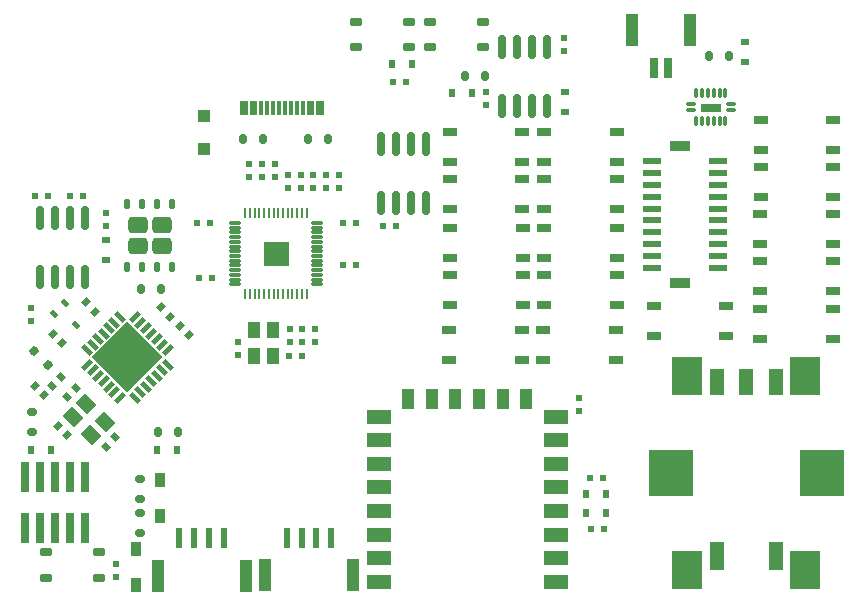
<source format=gbr>
%TF.GenerationSoftware,KiCad,Pcbnew,7.0.7*%
%TF.CreationDate,2023-09-12T16:19:00-04:00*%
%TF.ProjectId,eOPRA_interface,654f5052-415f-4696-9e74-657266616365,rev?*%
%TF.SameCoordinates,Original*%
%TF.FileFunction,Paste,Top*%
%TF.FilePolarity,Positive*%
%FSLAX46Y46*%
G04 Gerber Fmt 4.6, Leading zero omitted, Abs format (unit mm)*
G04 Created by KiCad (PCBNEW 7.0.7) date 2023-09-12 16:19:00*
%MOMM*%
%LPD*%
G01*
G04 APERTURE LIST*
G04 Aperture macros list*
%AMRoundRect*
0 Rectangle with rounded corners*
0 $1 Rounding radius*
0 $2 $3 $4 $5 $6 $7 $8 $9 X,Y pos of 4 corners*
0 Add a 4 corners polygon primitive as box body*
4,1,4,$2,$3,$4,$5,$6,$7,$8,$9,$2,$3,0*
0 Add four circle primitives for the rounded corners*
1,1,$1+$1,$2,$3*
1,1,$1+$1,$4,$5*
1,1,$1+$1,$6,$7*
1,1,$1+$1,$8,$9*
0 Add four rect primitives between the rounded corners*
20,1,$1+$1,$2,$3,$4,$5,0*
20,1,$1+$1,$4,$5,$6,$7,0*
20,1,$1+$1,$6,$7,$8,$9,0*
20,1,$1+$1,$8,$9,$2,$3,0*%
%AMRotRect*
0 Rectangle, with rotation*
0 The origin of the aperture is its center*
0 $1 length*
0 $2 width*
0 $3 Rotation angle, in degrees counterclockwise*
0 Add horizontal line*
21,1,$1,$2,0,0,$3*%
G04 Aperture macros list end*
%ADD10C,0.010000*%
%ADD11RotRect,0.500000X0.600000X135.000000*%
%ADD12RoundRect,0.150000X0.250000X-0.150000X0.250000X0.150000X-0.250000X0.150000X-0.250000X-0.150000X0*%
%ADD13RotRect,0.450000X0.700000X225.000000*%
%ADD14R,1.200000X0.800000*%
%ADD15R,2.000000X1.200000*%
%ADD16R,1.100000X1.700000*%
%ADD17RotRect,0.500000X0.600000X45.000000*%
%ADD18R,0.600000X0.800000*%
%ADD19RoundRect,0.006000X-0.431500X-0.094000X0.431500X-0.094000X0.431500X0.094000X-0.431500X0.094000X0*%
%ADD20RoundRect,0.020000X-0.080000X-0.417500X0.080000X-0.417500X0.080000X0.417500X-0.080000X0.417500X0*%
%ADD21RoundRect,0.187500X0.312500X0.187500X-0.312500X0.187500X-0.312500X-0.187500X0.312500X-0.187500X0*%
%ADD22RoundRect,0.150000X0.150000X-0.825000X0.150000X0.825000X-0.150000X0.825000X-0.150000X-0.825000X0*%
%ADD23R,3.750000X4.000000*%
%ADD24R,2.500000X3.200000*%
%ADD25R,1.300000X2.200000*%
%ADD26R,1.300000X2.400000*%
%ADD27R,0.600000X0.500000*%
%ADD28R,1.100000X1.100000*%
%ADD29RoundRect,0.150000X0.282843X0.070711X0.070711X0.282843X-0.282843X-0.070711X-0.070711X-0.282843X0*%
%ADD30RotRect,0.500000X0.600000X315.000000*%
%ADD31RoundRect,0.150000X0.150000X0.250000X-0.150000X0.250000X-0.150000X-0.250000X0.150000X-0.250000X0*%
%ADD32RoundRect,0.150000X-0.150000X-0.250000X0.150000X-0.250000X0.150000X0.250000X-0.150000X0.250000X0*%
%ADD33R,0.300000X1.150000*%
%ADD34R,0.800000X0.600000*%
%ADD35R,0.500000X0.600000*%
%ADD36R,1.100000X1.400000*%
%ADD37RoundRect,0.085000X-0.340000X0.515000X-0.340000X-0.515000X0.340000X-0.515000X0.340000X0.515000X0*%
%ADD38R,1.800000X0.850000*%
%ADD39R,1.600000X0.600000*%
%ADD40RotRect,1.400000X1.100000X315.000000*%
%ADD41O,0.850000X0.300000*%
%ADD42O,0.300000X0.850000*%
%ADD43R,1.000000X2.700000*%
%ADD44R,0.600000X1.700000*%
%ADD45RoundRect,0.150000X-0.150000X0.825000X-0.150000X-0.825000X0.150000X-0.825000X0.150000X0.825000X0*%
%ADD46RoundRect,0.250000X0.555000X-0.435000X0.555000X0.435000X-0.555000X0.435000X-0.555000X-0.435000X0*%
%ADD47RoundRect,0.125000X0.125000X-0.262500X0.125000X0.262500X-0.125000X0.262500X-0.125000X-0.262500X0*%
%ADD48RotRect,1.000000X0.370000X225.000000*%
%ADD49RotRect,1.000000X0.370000X315.000000*%
%ADD50RotRect,4.200000X4.200000X225.000000*%
%ADD51R,0.990600X2.794000*%
%ADD52R,0.660400X1.803400*%
%ADD53R,0.760000X2.600000*%
G04 APERTURE END LIST*
%TO.C,U10*%
D10*
X127105000Y-96790000D02*
X125145000Y-96790000D01*
X125145000Y-94830000D01*
X127105000Y-94830000D01*
X127105000Y-96790000D01*
G36*
X127105000Y-96790000D02*
G01*
X125145000Y-96790000D01*
X125145000Y-94830000D01*
X127105000Y-94830000D01*
X127105000Y-96790000D01*
G37*
%TO.C,U17*%
X163736592Y-83715000D02*
X162125000Y-83715000D01*
X162125000Y-83104397D01*
X163736592Y-83104397D01*
X163736592Y-83715000D01*
G36*
X163736592Y-83715000D02*
G01*
X162125000Y-83715000D01*
X162125000Y-83104397D01*
X163736592Y-83104397D01*
X163736592Y-83715000D01*
G37*
%TD*%
D11*
%TO.C,C35*%
X118738909Y-102713909D03*
X117961091Y-101936091D03*
%TD*%
%TO.C,C33*%
X117138909Y-101138909D03*
X116361091Y-100361091D03*
%TD*%
D12*
%TO.C,R91*%
X105475000Y-110900000D03*
X105475000Y-109200000D03*
%TD*%
D13*
%TO.C,D1*%
X108252513Y-100008274D03*
X107333274Y-100927513D03*
X109207107Y-101882107D03*
%TD*%
D14*
%TO.C,Q30*%
X140820000Y-89520000D03*
X140820000Y-92060000D03*
X146970000Y-92060000D03*
X146970000Y-89520000D03*
%TD*%
D15*
%TO.C,U16*%
X149825000Y-123600000D03*
X149825000Y-121600000D03*
X149825000Y-119600000D03*
X149825000Y-117600000D03*
X149825000Y-115600000D03*
X149825000Y-113600000D03*
X149825000Y-111600000D03*
X149825000Y-109600000D03*
D16*
X147325000Y-108100000D03*
X145325000Y-108100000D03*
X143325000Y-108100000D03*
X141325000Y-108100000D03*
X139325000Y-108100000D03*
X137325000Y-108100000D03*
D15*
X134825000Y-109600000D03*
X134825000Y-111600000D03*
X134825000Y-113600000D03*
X134825000Y-115600000D03*
X134825000Y-117600000D03*
X134825000Y-119600000D03*
X134825000Y-121600000D03*
X134825000Y-123600000D03*
%TD*%
D14*
%TO.C,Q27*%
X140837500Y-85525000D03*
X140837500Y-88065000D03*
X146987500Y-88065000D03*
X146987500Y-85525000D03*
%TD*%
D17*
%TO.C,C22*%
X111760050Y-112139950D03*
X112537868Y-111362132D03*
%TD*%
D18*
%TO.C,D3*%
X137650000Y-79775000D03*
X135950000Y-79775000D03*
%TD*%
%TO.C,D11*%
X152410000Y-116125000D03*
X154110000Y-116125000D03*
%TD*%
D14*
%TO.C,Q7*%
X148825000Y-97605000D03*
X148825000Y-100145000D03*
X154975000Y-100145000D03*
X154975000Y-97605000D03*
%TD*%
D19*
%TO.C,U10*%
X122690000Y-93210000D03*
X122690000Y-93610000D03*
X122690000Y-94010000D03*
X122690000Y-94410000D03*
X122690000Y-94810000D03*
X122690000Y-95210000D03*
X122690000Y-95610000D03*
X122690000Y-96010000D03*
X122690000Y-96410000D03*
X122690000Y-96810000D03*
X122690000Y-97210000D03*
X122690000Y-97610000D03*
X122690000Y-98010000D03*
X122690000Y-98410000D03*
D20*
X123525000Y-99245000D03*
X123925000Y-99245000D03*
X124325000Y-99245000D03*
X124725000Y-99245000D03*
X125125000Y-99245000D03*
X125525000Y-99245000D03*
X125925000Y-99245000D03*
X126325000Y-99245000D03*
X126725000Y-99245000D03*
X127125000Y-99245000D03*
X127525000Y-99245000D03*
X127925000Y-99245000D03*
X128325000Y-99245000D03*
X128725000Y-99245000D03*
D19*
X129560000Y-98410000D03*
X129560000Y-98010000D03*
X129560000Y-97610000D03*
X129560000Y-97210000D03*
X129560000Y-96810000D03*
X129560000Y-96410000D03*
X129560000Y-96010000D03*
X129560000Y-95610000D03*
X129560000Y-95210000D03*
X129560000Y-94810000D03*
X129560000Y-94410000D03*
X129560000Y-94010000D03*
X129560000Y-93610000D03*
X129560000Y-93210000D03*
D20*
X128725000Y-92375000D03*
X128325000Y-92375000D03*
X127925000Y-92375000D03*
X127525000Y-92375000D03*
X127125000Y-92375000D03*
X126725000Y-92375000D03*
X126325000Y-92375000D03*
X125925000Y-92375000D03*
X125525000Y-92375000D03*
X125125000Y-92375000D03*
X124725000Y-92375000D03*
X124325000Y-92375000D03*
X123925000Y-92375000D03*
X123525000Y-92375000D03*
%TD*%
D21*
%TO.C,SW2*%
X137400000Y-78330000D03*
X137400000Y-76180000D03*
X132900000Y-78330000D03*
X132900000Y-76180000D03*
%TD*%
D22*
%TO.C,U15*%
X145270000Y-83275000D03*
X146540000Y-83275000D03*
X147810000Y-83275000D03*
X149080000Y-83275000D03*
X149080000Y-78325000D03*
X147810000Y-78325000D03*
X146540000Y-78325000D03*
X145270000Y-78325000D03*
%TD*%
D18*
%TO.C,D13*%
X116050000Y-112450000D03*
X117750000Y-112450000D03*
%TD*%
D14*
%TO.C,Q17*%
X140860000Y-97600000D03*
X140860000Y-100140000D03*
X147010000Y-100140000D03*
X147010000Y-97600000D03*
%TD*%
D23*
%TO.C,SW7*%
X172325000Y-114400000D03*
D24*
X170950000Y-122600000D03*
X170950000Y-106200000D03*
X160950000Y-122600000D03*
X160950000Y-106200000D03*
D23*
X159575000Y-114400000D03*
D25*
X168450000Y-106700000D03*
X163450000Y-106700000D03*
X165950000Y-106700000D03*
D26*
X168450000Y-121400000D03*
X163450000Y-121400000D03*
%TD*%
D27*
%TO.C,R18*%
X112575000Y-122100000D03*
X112575000Y-123200000D03*
%TD*%
D11*
%TO.C,C24*%
X108013909Y-103413909D03*
X107236091Y-102636091D03*
%TD*%
D28*
%TO.C,D4*%
X120030000Y-84160000D03*
X120030000Y-86960000D03*
%TD*%
D27*
%TO.C,C30*%
X150500000Y-77575000D03*
X150500000Y-78675000D03*
%TD*%
D21*
%TO.C,SW3*%
X111150000Y-123255000D03*
X111150000Y-121105000D03*
X106650000Y-123255000D03*
X106650000Y-121105000D03*
%TD*%
D29*
%TO.C,R15*%
X106826041Y-105251041D03*
X105623959Y-104048959D03*
%TD*%
D21*
%TO.C,SW6*%
X143650000Y-78330000D03*
X143650000Y-76180000D03*
X139150000Y-78330000D03*
X139150000Y-76180000D03*
%TD*%
D30*
%TO.C,C20*%
X105686091Y-107036091D03*
X106463909Y-107813909D03*
%TD*%
D14*
%TO.C,Q15*%
X173300000Y-103025000D03*
X173300000Y-100485000D03*
X167150000Y-100485000D03*
X167150000Y-103025000D03*
%TD*%
D31*
%TO.C,R89*%
X143800000Y-80750000D03*
X142100000Y-80750000D03*
%TD*%
D32*
%TO.C,R16*%
X114675000Y-98775000D03*
X116375000Y-98775000D03*
%TD*%
D27*
%TO.C,C14*%
X123875000Y-89325000D03*
X123875000Y-88225000D03*
%TD*%
D14*
%TO.C,Q22*%
X148845000Y-89515000D03*
X148845000Y-92055000D03*
X154995000Y-92055000D03*
X154995000Y-89515000D03*
%TD*%
D18*
%TO.C,D14*%
X107075000Y-112400000D03*
X105375000Y-112400000D03*
%TD*%
D27*
%TO.C,C10*%
X126050000Y-89325000D03*
X126050000Y-88225000D03*
%TD*%
%TO.C,C34*%
X151800000Y-109125000D03*
X151800000Y-108025000D03*
%TD*%
D31*
%TO.C,R90*%
X117800000Y-110950000D03*
X116100000Y-110950000D03*
%TD*%
D33*
%TO.C,U1*%
X129985000Y-83445000D03*
X129185000Y-83445000D03*
X127885000Y-83445000D03*
X126885000Y-83445000D03*
X126385000Y-83445000D03*
X125385000Y-83445000D03*
X124085000Y-83445000D03*
X123285000Y-83445000D03*
X123585000Y-83445000D03*
X124385000Y-83445000D03*
X124885000Y-83445000D03*
X125885000Y-83445000D03*
X127385000Y-83445000D03*
X128385000Y-83445000D03*
X128885000Y-83445000D03*
X129685000Y-83445000D03*
%TD*%
D17*
%TO.C,C19*%
X107186091Y-106988909D03*
X107963909Y-106211091D03*
%TD*%
D27*
%TO.C,C12*%
X131450000Y-90250000D03*
X131450000Y-89150000D03*
%TD*%
D12*
%TO.C,R28*%
X114650000Y-119475000D03*
X114650000Y-117775000D03*
%TD*%
D14*
%TO.C,Q14*%
X154900000Y-104835000D03*
X154900000Y-102295000D03*
X148750000Y-102295000D03*
X148750000Y-104835000D03*
%TD*%
D34*
%TO.C,C2*%
X111775000Y-94625000D03*
X111775000Y-96325000D03*
%TD*%
D27*
%TO.C,R4*%
X127275000Y-103275000D03*
X127275000Y-102175000D03*
%TD*%
D35*
%TO.C,C32*%
X135180000Y-93430000D03*
X136280000Y-93430000D03*
%TD*%
D14*
%TO.C,Q26*%
X173300000Y-95025000D03*
X173300000Y-92485000D03*
X167150000Y-92485000D03*
X167150000Y-95025000D03*
%TD*%
D27*
%TO.C,C8*%
X128360000Y-102150000D03*
X128360000Y-103250000D03*
%TD*%
D14*
%TO.C,Q34*%
X148837500Y-85510000D03*
X148837500Y-88050000D03*
X154987500Y-88050000D03*
X154987500Y-85510000D03*
%TD*%
D35*
%TO.C,C13*%
X120525000Y-93225000D03*
X119425000Y-93225000D03*
%TD*%
D27*
%TO.C,C15*%
X129450000Y-102150000D03*
X129450000Y-103250000D03*
%TD*%
D31*
%TO.C,R29*%
X164450000Y-79100000D03*
X162750000Y-79100000D03*
%TD*%
D35*
%TO.C,C7*%
X131835000Y-93235000D03*
X132935000Y-93235000D03*
%TD*%
D36*
%TO.C,Y3*%
X125885000Y-104485000D03*
X125885000Y-102285000D03*
X124285000Y-102285000D03*
X124285000Y-104485000D03*
%TD*%
D34*
%TO.C,C29*%
X150600000Y-83825000D03*
X150600000Y-82125000D03*
%TD*%
%TO.C,D10*%
X165825000Y-77900000D03*
X165825000Y-79600000D03*
%TD*%
D11*
%TO.C,C23*%
X110788909Y-100713909D03*
X110011091Y-99936091D03*
%TD*%
D32*
%TO.C,R2*%
X128825000Y-86075000D03*
X130525000Y-86075000D03*
%TD*%
D14*
%TO.C,Q20*%
X173290000Y-99010000D03*
X173290000Y-96470000D03*
X167140000Y-96470000D03*
X167140000Y-99010000D03*
%TD*%
D27*
%TO.C,C3*%
X111750000Y-93500000D03*
X111750000Y-92400000D03*
%TD*%
D37*
%TO.C,D9*%
X114300000Y-120850000D03*
X114300000Y-123900000D03*
%TD*%
D27*
%TO.C,C17*%
X130375000Y-90250000D03*
X130375000Y-89150000D03*
%TD*%
%TO.C,R24*%
X128225000Y-89150000D03*
X128225000Y-90250000D03*
%TD*%
D35*
%TO.C,C25*%
X131825000Y-96800000D03*
X132925000Y-96800000D03*
%TD*%
D14*
%TO.C,Q11*%
X140875000Y-93625000D03*
X140875000Y-96165000D03*
X147025000Y-96165000D03*
X147025000Y-93625000D03*
%TD*%
D38*
%TO.C,J6*%
X160348175Y-98315000D03*
X160348175Y-86665000D03*
D39*
X163548175Y-96990000D03*
X157948175Y-96990000D03*
X163548175Y-95990000D03*
X157948175Y-95990000D03*
X163548175Y-94990000D03*
X157948175Y-94990000D03*
X163548175Y-93990000D03*
X157948175Y-93990000D03*
X163548175Y-92990000D03*
X157948175Y-92990000D03*
X163548175Y-91990000D03*
X157948175Y-91990000D03*
X163548175Y-90990000D03*
X157948175Y-90990000D03*
X163548175Y-89990000D03*
X157948175Y-89990000D03*
X163548175Y-88990000D03*
X157948175Y-88990000D03*
X163548175Y-87990000D03*
X157948175Y-87990000D03*
%TD*%
D14*
%TO.C,Q23*%
X173325000Y-91000000D03*
X173325000Y-88460000D03*
X167175000Y-88460000D03*
X167175000Y-91000000D03*
%TD*%
D27*
%TO.C,C28*%
X143875000Y-82125000D03*
X143875000Y-83225000D03*
%TD*%
%TO.C,R23*%
X127150000Y-89150000D03*
X127150000Y-90250000D03*
%TD*%
D30*
%TO.C,C21*%
X107661091Y-110411091D03*
X108438909Y-111188909D03*
%TD*%
D35*
%TO.C,C9*%
X120710000Y-97890000D03*
X119610000Y-97890000D03*
%TD*%
D32*
%TO.C,R1*%
X123310000Y-86090000D03*
X125010000Y-86090000D03*
%TD*%
D40*
%TO.C,Y1*%
X108923134Y-109631587D03*
X110478769Y-111187222D03*
X111610140Y-110055851D03*
X110054505Y-108500216D03*
%TD*%
D18*
%TO.C,D12*%
X152400000Y-117790000D03*
X154100000Y-117790000D03*
%TD*%
D35*
%TO.C,R86*%
X153875000Y-119125000D03*
X152775000Y-119125000D03*
%TD*%
D17*
%TO.C,R81*%
X108436091Y-107938909D03*
X109213909Y-107161091D03*
%TD*%
D27*
%TO.C,C6*%
X105350000Y-100375000D03*
X105350000Y-101475000D03*
%TD*%
D22*
%TO.C,U4*%
X135020000Y-91500000D03*
X136290000Y-91500000D03*
X137560000Y-91500000D03*
X138830000Y-91500000D03*
X138830000Y-86550000D03*
X137560000Y-86550000D03*
X136290000Y-86550000D03*
X135020000Y-86550000D03*
%TD*%
D14*
%TO.C,Q9*%
X164250000Y-102800000D03*
X164250000Y-100260000D03*
X158100000Y-100260000D03*
X158100000Y-102800000D03*
%TD*%
D27*
%TO.C,C4*%
X122900000Y-104400000D03*
X122900000Y-103300000D03*
%TD*%
D41*
%TO.C,U17*%
X164630000Y-83160000D03*
D42*
X164180000Y-82210000D03*
X163680000Y-82210000D03*
X163180000Y-82210000D03*
X162680000Y-82210000D03*
X162180000Y-82210000D03*
X161680000Y-82210000D03*
D41*
X161230000Y-83160000D03*
X161230000Y-83660000D03*
D42*
X161680000Y-84610000D03*
X162180000Y-84610000D03*
X162680000Y-84610000D03*
X163180000Y-84610000D03*
X163680000Y-84610000D03*
X164180000Y-84610000D03*
D41*
X164630000Y-83660000D03*
%TD*%
D18*
%TO.C,D7*%
X141025000Y-82225000D03*
X142725000Y-82225000D03*
%TD*%
D27*
%TO.C,C11*%
X124975000Y-89325000D03*
X124975000Y-88225000D03*
%TD*%
D35*
%TO.C,R84*%
X153825000Y-114775000D03*
X152725000Y-114775000D03*
%TD*%
%TO.C,R17*%
X137125000Y-81300000D03*
X136025000Y-81300000D03*
%TD*%
D43*
%TO.C,J5*%
X116100000Y-123075000D03*
X123550000Y-123075000D03*
D44*
X117950000Y-119875000D03*
X119200000Y-119875000D03*
X120450000Y-119875000D03*
X121700000Y-119875000D03*
%TD*%
D37*
%TO.C,D8*%
X116325000Y-114980000D03*
X116325000Y-118030000D03*
%TD*%
D27*
%TO.C,C16*%
X129300000Y-90250000D03*
X129300000Y-89150000D03*
%TD*%
D45*
%TO.C,U3*%
X109930000Y-92800000D03*
X108660000Y-92800000D03*
X107390000Y-92800000D03*
X106120000Y-92800000D03*
X106120000Y-97750000D03*
X107390000Y-97750000D03*
X108660000Y-97750000D03*
X109930000Y-97750000D03*
%TD*%
D46*
%TO.C,U11*%
X114455000Y-95122500D03*
X116455000Y-95122500D03*
X114455000Y-93422500D03*
X116455000Y-93422500D03*
D47*
X113550000Y-96935000D03*
X114820000Y-96935000D03*
X116090000Y-96935000D03*
X117360000Y-96935000D03*
X117360000Y-91610000D03*
X116090000Y-91610000D03*
X114820000Y-91610000D03*
X113550000Y-91610000D03*
%TD*%
D48*
%TO.C,U13*%
X116944113Y-103963604D03*
X116484493Y-103503984D03*
X116024874Y-103044365D03*
X115565254Y-102584746D03*
X115105635Y-102125126D03*
X114646016Y-101665507D03*
X114186396Y-101205887D03*
D49*
X112913604Y-101205887D03*
X112453984Y-101665507D03*
X111994365Y-102125126D03*
X111534746Y-102584746D03*
X111075126Y-103044365D03*
X110615507Y-103503984D03*
X110155887Y-103963604D03*
D48*
X110155887Y-105236396D03*
X110615507Y-105696016D03*
X111075126Y-106155635D03*
X111534746Y-106615254D03*
X111994365Y-107074874D03*
X112453984Y-107534493D03*
X112913604Y-107994113D03*
D49*
X114186396Y-107994113D03*
X114646016Y-107534493D03*
X115105635Y-107074874D03*
X115565254Y-106615254D03*
X116024874Y-106155635D03*
X116484493Y-105696016D03*
X116944113Y-105236396D03*
D50*
X113550000Y-104600000D03*
%TD*%
D35*
%TO.C,C1*%
X109800000Y-90950000D03*
X108700000Y-90950000D03*
%TD*%
D51*
%TO.C,J4*%
X161199999Y-76909978D03*
X156250001Y-76909978D03*
D52*
X159350000Y-80119979D03*
X158100000Y-80119979D03*
%TD*%
D43*
%TO.C,J8*%
X125200000Y-123050000D03*
X132650000Y-123050000D03*
D44*
X127050000Y-119850000D03*
X128300000Y-119850000D03*
X129550000Y-119850000D03*
X130800000Y-119850000D03*
%TD*%
D53*
%TO.C,U2*%
X109965000Y-114750000D03*
X109965000Y-119050000D03*
X108695000Y-114750000D03*
X108695000Y-119050000D03*
X107425000Y-114750000D03*
X107425000Y-119050000D03*
X106155000Y-114750000D03*
X106155000Y-119050000D03*
X104885000Y-114750000D03*
X104885000Y-119050000D03*
%TD*%
D14*
%TO.C,Q1*%
X140780000Y-102280000D03*
X140780000Y-104820000D03*
X146930000Y-104820000D03*
X146930000Y-102280000D03*
%TD*%
D35*
%TO.C,C5*%
X127225000Y-104450000D03*
X128325000Y-104450000D03*
%TD*%
D14*
%TO.C,Q18*%
X148835000Y-93610000D03*
X148835000Y-96150000D03*
X154985000Y-96150000D03*
X154985000Y-93610000D03*
%TD*%
D35*
%TO.C,C18*%
X105720000Y-90950000D03*
X106820000Y-90950000D03*
%TD*%
D14*
%TO.C,Q31*%
X173325000Y-87000000D03*
X173325000Y-84460000D03*
X167175000Y-84460000D03*
X167175000Y-87000000D03*
%TD*%
D12*
%TO.C,R27*%
X114650000Y-116600000D03*
X114650000Y-114900000D03*
%TD*%
M02*

</source>
